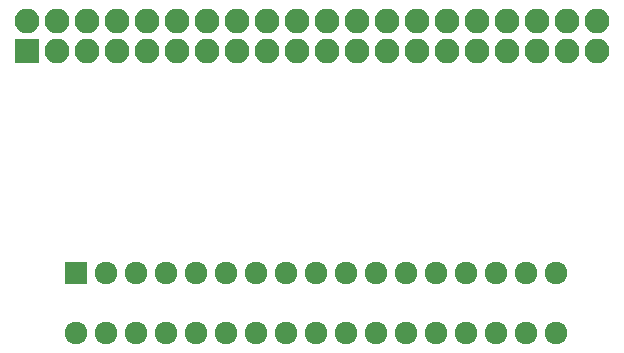
<source format=gts>
G04 #@! TF.FileFunction,Soldermask,Top*
%FSLAX46Y46*%
G04 Gerber Fmt 4.6, Leading zero omitted, Abs format (unit mm)*
G04 Created by KiCad (PCBNEW 4.0.7) date 01/29/18 15:33:40*
%MOMM*%
%LPD*%
G01*
G04 APERTURE LIST*
%ADD10C,0.100000*%
%ADD11R,1.924000X1.924000*%
%ADD12C,1.924000*%
%ADD13R,2.100000X2.100000*%
%ADD14O,2.100000X2.100000*%
G04 APERTURE END LIST*
D10*
D11*
X133350000Y-111760000D03*
D12*
X133350000Y-116840000D03*
X135890000Y-111760000D03*
X135890000Y-116840000D03*
X138430000Y-111760000D03*
X138430000Y-116840000D03*
X140970000Y-111760000D03*
X140970000Y-116840000D03*
X143510000Y-111760000D03*
X143510000Y-116840000D03*
X146050000Y-111760000D03*
X146050000Y-116840000D03*
X148590000Y-111760000D03*
X148590000Y-116840000D03*
X151130000Y-111760000D03*
X151130000Y-116840000D03*
X153670000Y-111760000D03*
X153670000Y-116840000D03*
X156210000Y-111760000D03*
X156210000Y-116840000D03*
X158750000Y-111760000D03*
X158750000Y-116840000D03*
X161290000Y-111760000D03*
X161290000Y-116840000D03*
X163830000Y-111760000D03*
X163830000Y-116840000D03*
X166370000Y-111760000D03*
X166370000Y-116840000D03*
X168910000Y-111760000D03*
X168910000Y-116840000D03*
X171450000Y-111760000D03*
X171450000Y-116840000D03*
X173990000Y-111760000D03*
X173990000Y-116840000D03*
D13*
X129261000Y-92938600D03*
D14*
X129261000Y-90398600D03*
X131801000Y-92938600D03*
X131801000Y-90398600D03*
X134341000Y-92938600D03*
X134341000Y-90398600D03*
X136881000Y-92938600D03*
X136881000Y-90398600D03*
X139421000Y-92938600D03*
X139421000Y-90398600D03*
X141961000Y-92938600D03*
X141961000Y-90398600D03*
X144501000Y-92938600D03*
X144501000Y-90398600D03*
X147041000Y-92938600D03*
X147041000Y-90398600D03*
X149581000Y-92938600D03*
X149581000Y-90398600D03*
X152121000Y-92938600D03*
X152121000Y-90398600D03*
X154661000Y-92938600D03*
X154661000Y-90398600D03*
X157201000Y-92938600D03*
X157201000Y-90398600D03*
X159741000Y-92938600D03*
X159741000Y-90398600D03*
X162281000Y-92938600D03*
X162281000Y-90398600D03*
X164821000Y-92938600D03*
X164821000Y-90398600D03*
X167361000Y-92938600D03*
X167361000Y-90398600D03*
X169901000Y-92938600D03*
X169901000Y-90398600D03*
X172441000Y-92938600D03*
X172441000Y-90398600D03*
X174981000Y-92938600D03*
X174981000Y-90398600D03*
X177521000Y-92938600D03*
X177521000Y-90398600D03*
M02*

</source>
